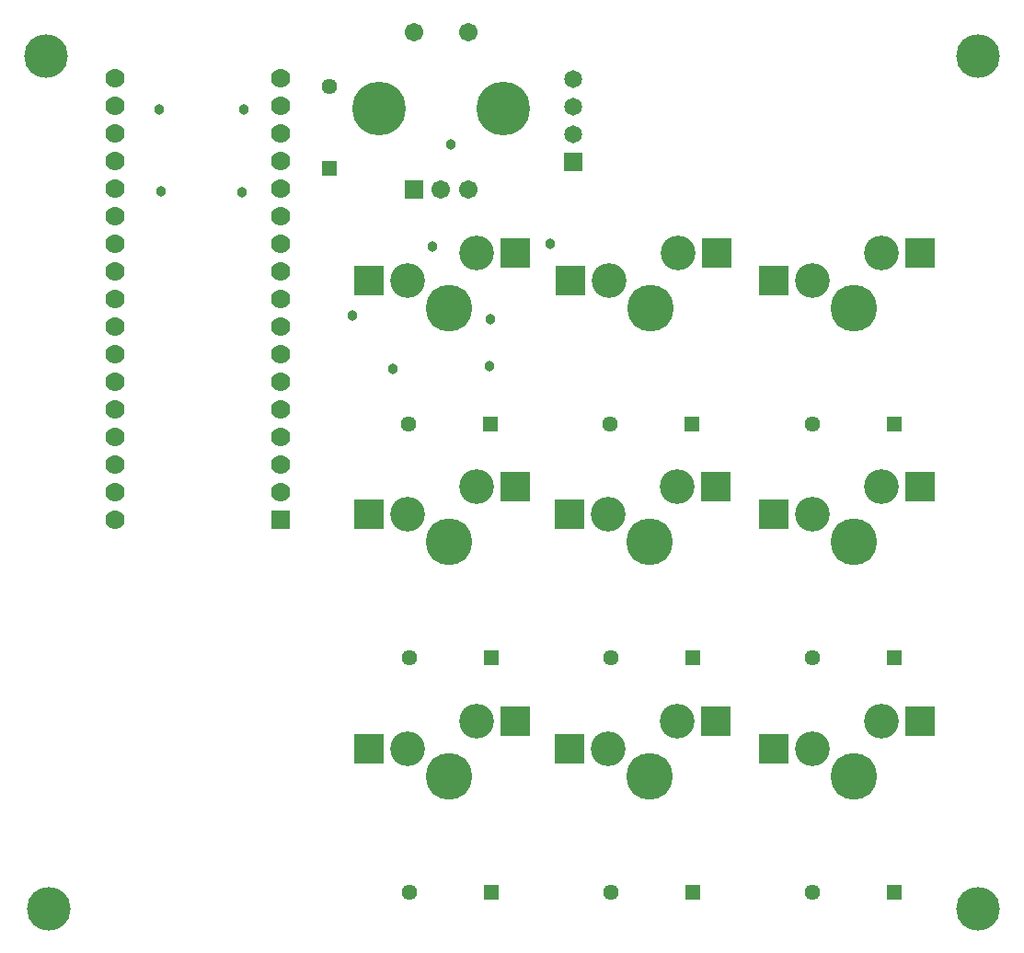
<source format=gbs>
G04*
G04 #@! TF.GenerationSoftware,Altium Limited,Altium Designer,25.8.1 (18)*
G04*
G04 Layer_Color=16711935*
%FSLAX25Y25*%
%MOIN*%
G70*
G04*
G04 #@! TF.SameCoordinates,DF7FB86F-BB7A-4952-9DC5-A7C3E525FF5A*
G04*
G04*
G04 #@! TF.FilePolarity,Negative*
G04*
G01*
G75*
%ADD14C,0.06509*%
%ADD15R,0.06509X0.06509*%
%ADD16C,0.07000*%
%ADD17C,0.06706*%
%ADD18C,0.19461*%
%ADD19C,0.16900*%
%ADD20C,0.12611*%
%ADD21R,0.06706X0.06706*%
%ADD22C,0.05674*%
%ADD23R,0.05674X0.05674*%
%ADD24C,0.15800*%
%ADD25R,0.05674X0.05674*%
%ADD26R,0.07000X0.07000*%
%ADD27C,0.03800*%
%ADD45R,0.10839X0.10642*%
D14*
X280500Y303500D02*
D03*
Y313500D02*
D03*
Y323500D02*
D03*
D15*
Y293500D02*
D03*
D16*
X114500Y244000D02*
D03*
Y254000D02*
D03*
X174500Y214000D02*
D03*
X114500Y194000D02*
D03*
X174500Y224000D02*
D03*
Y234000D02*
D03*
Y274000D02*
D03*
Y174000D02*
D03*
Y184000D02*
D03*
Y194000D02*
D03*
Y204000D02*
D03*
Y244000D02*
D03*
Y254000D02*
D03*
Y264000D02*
D03*
Y284000D02*
D03*
Y294000D02*
D03*
Y304000D02*
D03*
Y314000D02*
D03*
Y324000D02*
D03*
X114500D02*
D03*
Y314000D02*
D03*
Y304000D02*
D03*
Y294000D02*
D03*
Y284000D02*
D03*
Y274000D02*
D03*
Y264000D02*
D03*
Y234000D02*
D03*
Y224000D02*
D03*
Y214000D02*
D03*
Y204000D02*
D03*
Y184000D02*
D03*
Y174000D02*
D03*
Y164000D02*
D03*
D17*
X232500Y283500D02*
D03*
X242342Y340587D02*
D03*
Y283500D02*
D03*
X222657Y340587D02*
D03*
D18*
X254941Y313028D02*
D03*
X210059D02*
D03*
D19*
X235500Y240500D02*
D03*
X382000Y71000D02*
D03*
X308000D02*
D03*
X235500D02*
D03*
X382000Y156000D02*
D03*
X308000D02*
D03*
X235500D02*
D03*
X308500Y240500D02*
D03*
X382000D02*
D03*
D20*
X392000Y176000D02*
D03*
X367000Y166000D02*
D03*
X318000Y176000D02*
D03*
X293000Y166000D02*
D03*
X245500Y260500D02*
D03*
X220500Y250500D02*
D03*
X318500Y260500D02*
D03*
X293500Y250500D02*
D03*
X318000Y91000D02*
D03*
X293000Y81000D02*
D03*
X392000Y91000D02*
D03*
X367000Y81000D02*
D03*
X245500Y91000D02*
D03*
X220500Y81000D02*
D03*
X245500Y176000D02*
D03*
X220500Y166000D02*
D03*
X392000Y260500D02*
D03*
X367000Y250500D02*
D03*
D21*
X222657Y283500D02*
D03*
D22*
X192000Y320837D02*
D03*
X367163Y198500D02*
D03*
X293663D02*
D03*
X220663D02*
D03*
X367163Y29000D02*
D03*
X294163D02*
D03*
X221163D02*
D03*
Y114000D02*
D03*
X294163D02*
D03*
X367163D02*
D03*
D23*
X192000Y291163D02*
D03*
D24*
X427000Y332000D02*
D03*
X90500Y23000D02*
D03*
X427000D02*
D03*
X89500Y332000D02*
D03*
D25*
X323337Y198500D02*
D03*
X396837D02*
D03*
X250337D02*
D03*
X250837Y114000D02*
D03*
X323837D02*
D03*
X396837D02*
D03*
X250837Y29000D02*
D03*
X323837D02*
D03*
X396837D02*
D03*
D26*
X174500Y164000D02*
D03*
D27*
X131000Y283000D02*
D03*
X160500Y282500D02*
D03*
X161000Y312500D02*
D03*
X130500D02*
D03*
X236000Y300000D02*
D03*
X200500Y238000D02*
D03*
X250500Y236500D02*
D03*
X229500Y263000D02*
D03*
X215000Y218500D02*
D03*
X250000Y219500D02*
D03*
X272000Y264000D02*
D03*
D45*
X353024Y166000D02*
D03*
X405976Y176000D02*
D03*
X279024Y166000D02*
D03*
X331976Y176000D02*
D03*
X206524Y250500D02*
D03*
X259476Y260500D02*
D03*
Y176000D02*
D03*
Y91000D02*
D03*
X279524Y250500D02*
D03*
X332476Y260500D02*
D03*
X279024Y81000D02*
D03*
X331976Y91000D02*
D03*
X353024Y81000D02*
D03*
X405976Y91000D02*
D03*
X206524Y81000D02*
D03*
Y166000D02*
D03*
X353024Y250500D02*
D03*
X405976Y260500D02*
D03*
M02*

</source>
